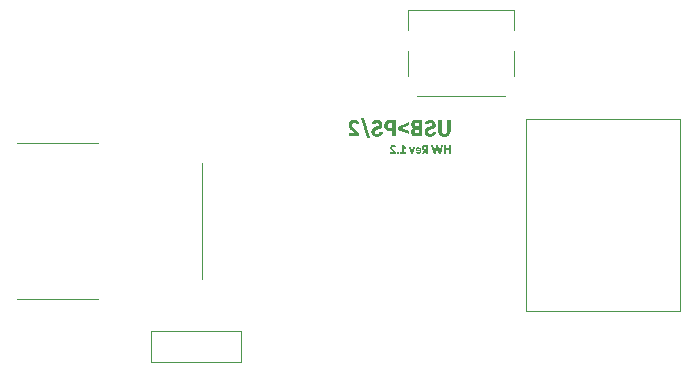
<source format=gbr>
G04 #@! TF.GenerationSoftware,KiCad,Pcbnew,8.0.4*
G04 #@! TF.CreationDate,2024-12-08T00:01:49+02:00*
G04 #@! TF.ProjectId,usb2ps2,75736232-7073-4322-9e6b-696361645f70,1.2*
G04 #@! TF.SameCoordinates,Original*
G04 #@! TF.FileFunction,Legend,Bot*
G04 #@! TF.FilePolarity,Positive*
%FSLAX46Y46*%
G04 Gerber Fmt 4.6, Leading zero omitted, Abs format (unit mm)*
G04 Created by KiCad (PCBNEW 8.0.4) date 2024-12-08 00:01:49*
%MOMM*%
%LPD*%
G01*
G04 APERTURE LIST*
%ADD10C,0.100000*%
%ADD11C,0.300000*%
%ADD12C,0.120000*%
G04 APERTURE END LIST*
D10*
G36*
X134460537Y-83363685D02*
G01*
X134309302Y-83363685D01*
X134309302Y-84114000D01*
X134460537Y-84114000D01*
X134460537Y-83802932D01*
X134728227Y-83802932D01*
X134728227Y-84114000D01*
X134879462Y-84114000D01*
X134879462Y-83363685D01*
X134728227Y-83363685D01*
X134728227Y-83665374D01*
X134460537Y-83665374D01*
X134460537Y-83363685D01*
G37*
G36*
X133407752Y-83363685D02*
G01*
X133252023Y-83363685D01*
X133450348Y-84114000D01*
X133613893Y-84114000D01*
X133738164Y-83605584D01*
X133744808Y-83605584D01*
X133869078Y-84114000D01*
X134031646Y-84114000D01*
X134230949Y-83363685D01*
X134075219Y-83363685D01*
X133953098Y-83879917D01*
X133946454Y-83879917D01*
X133825505Y-83363685D01*
X133656294Y-83363685D01*
X133535345Y-83879917D01*
X133528702Y-83879917D01*
X133407752Y-83363685D01*
G37*
G36*
X132987264Y-84114000D02*
G01*
X132836029Y-84114000D01*
X132836029Y-83838689D01*
X132763147Y-83838689D01*
X132622072Y-84114000D01*
X132454033Y-84114000D01*
X132612107Y-83823057D01*
X132599322Y-83818366D01*
X132564058Y-83800746D01*
X132530315Y-83774932D01*
X132502295Y-83742555D01*
X132488616Y-83720145D01*
X132473404Y-83683001D01*
X132464560Y-83641622D01*
X132462068Y-83601676D01*
X132618750Y-83601676D01*
X132624675Y-83641466D01*
X132645715Y-83675144D01*
X132676978Y-83694635D01*
X132717229Y-83701131D01*
X132836029Y-83701131D01*
X132836029Y-83501243D01*
X132717229Y-83501243D01*
X132679230Y-83507082D01*
X132645715Y-83527817D01*
X132624675Y-83561897D01*
X132618750Y-83601676D01*
X132462068Y-83601676D01*
X132462044Y-83601285D01*
X132463113Y-83574284D01*
X132470125Y-83530617D01*
X132483683Y-83491513D01*
X132503785Y-83456972D01*
X132530432Y-83426993D01*
X132552811Y-83408755D01*
X132587732Y-83388415D01*
X132626841Y-83374134D01*
X132670139Y-83365911D01*
X132710586Y-83363685D01*
X132987264Y-83363685D01*
X132987264Y-84114000D01*
G37*
G36*
X132186605Y-83564932D02*
G01*
X132231605Y-83572566D01*
X132271930Y-83587324D01*
X132307580Y-83609207D01*
X132338555Y-83638214D01*
X132346481Y-83647747D01*
X132370197Y-83684680D01*
X132385538Y-83720758D01*
X132396277Y-83760916D01*
X132402414Y-83805155D01*
X132404012Y-83845137D01*
X132403948Y-83853360D01*
X132401690Y-83892776D01*
X132394725Y-83936334D01*
X132383116Y-83975812D01*
X132363702Y-84016713D01*
X132337969Y-84052060D01*
X132316262Y-84073506D01*
X132282281Y-84097425D01*
X132244112Y-84114218D01*
X132201755Y-84123888D01*
X132162114Y-84126505D01*
X132119042Y-84123366D01*
X132079316Y-84113951D01*
X132042936Y-84098258D01*
X132009902Y-84076288D01*
X131981472Y-84048799D01*
X131958904Y-84016742D01*
X131942198Y-83980118D01*
X131931353Y-83938926D01*
X132077117Y-83938926D01*
X132089977Y-83960810D01*
X132122802Y-83983036D01*
X132162114Y-83988947D01*
X132200156Y-83982722D01*
X132233824Y-83960615D01*
X132247291Y-83941510D01*
X132260741Y-83902726D01*
X132266259Y-83863895D01*
X131928032Y-83863895D01*
X131927091Y-83856641D01*
X131925882Y-83817000D01*
X131926133Y-83802913D01*
X131929894Y-83762632D01*
X131930331Y-83760727D01*
X132062463Y-83760727D01*
X132261765Y-83760727D01*
X132252066Y-83733332D01*
X132226008Y-83702695D01*
X132198393Y-83690493D01*
X132158792Y-83685695D01*
X132148707Y-83685988D01*
X132110031Y-83694561D01*
X132077663Y-83721159D01*
X132062463Y-83760727D01*
X131930331Y-83760727D01*
X131939366Y-83721355D01*
X131954410Y-83683741D01*
X131974663Y-83650395D01*
X132002539Y-83619620D01*
X132036280Y-83595032D01*
X132039618Y-83593109D01*
X132078421Y-83575981D01*
X132117023Y-83566822D01*
X132158792Y-83563769D01*
X132186605Y-83564932D01*
G37*
G36*
X131537243Y-83576274D02*
G01*
X131382686Y-83576274D01*
X131560690Y-84114000D01*
X131714075Y-84114000D01*
X131892274Y-83576274D01*
X131737718Y-83576274D01*
X131641388Y-83913916D01*
X131634549Y-83913916D01*
X131537243Y-83576274D01*
G37*
G36*
X130773642Y-83976442D02*
G01*
X130614591Y-83976442D01*
X130614591Y-84114000D01*
X131100732Y-84114000D01*
X131100732Y-83976442D01*
X130918234Y-83976442D01*
X130918234Y-83562011D01*
X130924877Y-83562011D01*
X131100732Y-83709729D01*
X131100732Y-83535046D01*
X130903579Y-83363685D01*
X130773642Y-83363685D01*
X130773642Y-83976442D01*
G37*
G36*
X130531939Y-84114000D02*
G01*
X130531939Y-83942053D01*
X130359406Y-83942053D01*
X130359406Y-84114000D01*
X130531939Y-84114000D01*
G37*
G36*
X130240997Y-83945179D02*
G01*
X129991088Y-83711487D01*
X129963986Y-83682693D01*
X129941263Y-83651306D01*
X129926743Y-83613383D01*
X129923872Y-83583309D01*
X129931848Y-83543851D01*
X129949078Y-83517265D01*
X129981886Y-83494198D01*
X130013558Y-83488738D01*
X130056109Y-83495523D01*
X130089501Y-83518978D01*
X130107058Y-83554412D01*
X130111060Y-83574516D01*
X130261123Y-83574516D01*
X130255354Y-83533161D01*
X130244031Y-83495266D01*
X130224290Y-83456193D01*
X130197295Y-83421639D01*
X130189413Y-83413706D01*
X130158759Y-83389343D01*
X130123729Y-83370964D01*
X130084323Y-83358569D01*
X130040541Y-83352157D01*
X130013558Y-83351180D01*
X129970999Y-83354119D01*
X129931493Y-83362934D01*
X129895040Y-83377627D01*
X129888115Y-83381271D01*
X129853346Y-83404525D01*
X129824534Y-83433182D01*
X129803510Y-83463923D01*
X129786600Y-83501971D01*
X129776710Y-83543574D01*
X129773810Y-83584481D01*
X129776159Y-83623554D01*
X129784280Y-83663487D01*
X129799913Y-83703183D01*
X129803510Y-83709924D01*
X129826907Y-83745928D01*
X129853346Y-83777496D01*
X129881351Y-83804961D01*
X129888115Y-83810943D01*
X130067292Y-83969799D01*
X130067292Y-83976442D01*
X129777327Y-83976442D01*
X129777327Y-84114000D01*
X130240997Y-84114000D01*
X130240997Y-83945179D01*
G37*
D11*
G36*
X134357397Y-82668447D02*
G01*
X134432687Y-82665003D01*
X134515669Y-82651780D01*
X134590613Y-82628639D01*
X134657520Y-82595580D01*
X134725421Y-82544477D01*
X134742812Y-82527397D01*
X134788879Y-82470154D01*
X134825415Y-82404487D01*
X134852421Y-82330397D01*
X134869894Y-82247884D01*
X134877175Y-82172688D01*
X134878367Y-82124762D01*
X134878367Y-81238161D01*
X134594801Y-81238161D01*
X134594801Y-82097285D01*
X134591389Y-82174954D01*
X134579394Y-82248319D01*
X134553006Y-82317836D01*
X134540212Y-82337620D01*
X134483706Y-82384824D01*
X134409972Y-82407038D01*
X134357397Y-82410526D01*
X134284374Y-82403299D01*
X134215543Y-82375547D01*
X134173848Y-82336521D01*
X134139914Y-82268188D01*
X134123599Y-82191645D01*
X134118378Y-82117582D01*
X134118161Y-82097285D01*
X134118161Y-81238161D01*
X133836427Y-81238161D01*
X133836427Y-82124762D01*
X133839736Y-82203468D01*
X133849664Y-82276324D01*
X133870315Y-82356030D01*
X133900497Y-82427312D01*
X133940211Y-82490171D01*
X133971981Y-82527397D01*
X134036756Y-82582357D01*
X134100985Y-82618721D01*
X134173250Y-82645168D01*
X134253552Y-82661697D01*
X134326611Y-82667896D01*
X134357397Y-82668447D01*
G37*
G36*
X133164515Y-82668447D02*
G01*
X133243151Y-82664596D01*
X133326689Y-82650368D01*
X133401392Y-82625657D01*
X133467259Y-82590462D01*
X133508897Y-82558904D01*
X133565225Y-82498179D01*
X133603543Y-82435277D01*
X133631623Y-82363260D01*
X133649465Y-82282126D01*
X133653977Y-82244563D01*
X133372609Y-82244563D01*
X133346140Y-82317172D01*
X133295998Y-82374060D01*
X133224295Y-82404692D01*
X133164515Y-82410526D01*
X133088128Y-82399627D01*
X133031158Y-82366929D01*
X132991697Y-82304954D01*
X132983897Y-82250792D01*
X132999925Y-82177662D01*
X133024930Y-82144912D01*
X133089543Y-82104527D01*
X133152058Y-82082997D01*
X133313625Y-82036102D01*
X133388294Y-82010502D01*
X133459872Y-81972616D01*
X133518292Y-81925108D01*
X133549930Y-81888091D01*
X133590308Y-81819684D01*
X133615732Y-81744980D01*
X133625827Y-81672362D01*
X133626500Y-81647023D01*
X133620668Y-81569815D01*
X133603173Y-81498474D01*
X133570456Y-81426776D01*
X133566782Y-81420610D01*
X133520359Y-81358346D01*
X133463199Y-81306558D01*
X133401919Y-81268569D01*
X133333769Y-81240169D01*
X133260754Y-81222287D01*
X133182873Y-81214924D01*
X133166713Y-81214713D01*
X133091858Y-81218603D01*
X133012570Y-81232974D01*
X132941942Y-81257933D01*
X132871830Y-81299424D01*
X132841015Y-81325355D01*
X132788258Y-81386034D01*
X132747592Y-81457430D01*
X132721926Y-81528691D01*
X132705517Y-81608157D01*
X132702529Y-81632369D01*
X132979867Y-81632369D01*
X133002124Y-81561844D01*
X133039584Y-81512201D01*
X133106141Y-81479164D01*
X133166713Y-81472634D01*
X133241558Y-81486196D01*
X133288712Y-81515498D01*
X133329957Y-81579355D01*
X133336706Y-81627972D01*
X133320454Y-81701122D01*
X133298970Y-81728356D01*
X133233058Y-81768105D01*
X133193824Y-81781479D01*
X133032257Y-81826175D01*
X132957702Y-81851019D01*
X132891573Y-81884153D01*
X132827250Y-81931335D01*
X132784595Y-81975286D01*
X132740851Y-82039145D01*
X132711424Y-82109959D01*
X132696312Y-82187728D01*
X132694103Y-82233939D01*
X132700149Y-82314467D01*
X132718289Y-82387984D01*
X132752209Y-82460752D01*
X132756018Y-82466946D01*
X132803953Y-82528951D01*
X132862625Y-82579960D01*
X132925279Y-82616789D01*
X132994609Y-82644031D01*
X133068876Y-82661182D01*
X133148081Y-82668245D01*
X133164515Y-82668447D01*
G37*
G36*
X132495167Y-82645000D02*
G01*
X131972365Y-82645000D01*
X131932721Y-82644043D01*
X131859150Y-82636392D01*
X131782955Y-82617797D01*
X131708583Y-82583794D01*
X131647766Y-82536189D01*
X131600483Y-82477548D01*
X131566708Y-82410801D01*
X131546444Y-82335948D01*
X131539689Y-82252990D01*
X131541231Y-82221849D01*
X131833513Y-82221849D01*
X131840829Y-82279392D01*
X131877843Y-82343482D01*
X131931790Y-82376180D01*
X132005704Y-82387079D01*
X132211601Y-82387079D01*
X132211601Y-82061015D01*
X132005704Y-82061015D01*
X131945370Y-82068089D01*
X131878942Y-82103879D01*
X131847887Y-82147557D01*
X131833513Y-82221849D01*
X131541231Y-82221849D01*
X131542003Y-82206272D01*
X131556738Y-82132547D01*
X131588049Y-82061748D01*
X131607463Y-82032489D01*
X131659249Y-81978550D01*
X131724337Y-81937550D01*
X131724337Y-81929124D01*
X131694987Y-81909902D01*
X131640234Y-81859861D01*
X131597575Y-81798332D01*
X131579873Y-81760968D01*
X131558534Y-81685532D01*
X131555445Y-81648489D01*
X131846336Y-81648489D01*
X131852261Y-81696883D01*
X131888468Y-81760596D01*
X131926937Y-81788112D01*
X131999476Y-81803094D01*
X132211601Y-81803094D01*
X132211601Y-81496081D01*
X131999476Y-81496081D01*
X131955118Y-81501016D01*
X131888468Y-81537847D01*
X131861189Y-81576079D01*
X131846336Y-81648489D01*
X131555445Y-81648489D01*
X131552145Y-81608921D01*
X131555765Y-81550455D01*
X131571850Y-81478670D01*
X131605329Y-81406343D01*
X131655094Y-81342941D01*
X131668356Y-81330253D01*
X131729275Y-81287686D01*
X131802789Y-81258216D01*
X131877444Y-81243175D01*
X131961741Y-81238161D01*
X132495167Y-81238161D01*
X132495167Y-82645000D01*
G37*
G36*
X130738450Y-81937184D02*
G01*
X131381053Y-81716632D01*
X131381053Y-81460544D01*
X130421545Y-81826175D01*
X130421545Y-82059183D01*
X131381053Y-82426646D01*
X131381053Y-82170558D01*
X130738450Y-81950006D01*
X130738450Y-81937184D01*
G37*
G36*
X130236898Y-82645000D02*
G01*
X129953332Y-82645000D01*
X129953332Y-82169092D01*
X129714096Y-82169092D01*
X129663343Y-82167175D01*
X129580641Y-82154590D01*
X129505723Y-82130259D01*
X129438589Y-82094183D01*
X129379239Y-82046360D01*
X129342615Y-82005558D01*
X129301770Y-81940590D01*
X129273092Y-81866471D01*
X129256580Y-81783201D01*
X129252110Y-81704542D01*
X129545935Y-81704542D01*
X129546141Y-81716514D01*
X129559124Y-81791096D01*
X129598691Y-81856584D01*
X129658958Y-81897525D01*
X129734979Y-81911172D01*
X129953332Y-81911172D01*
X129953332Y-81496081D01*
X129734979Y-81496081D01*
X129663248Y-81508156D01*
X129598691Y-81551036D01*
X129586326Y-81565376D01*
X129554641Y-81631487D01*
X129545935Y-81704542D01*
X129252110Y-81704542D01*
X129255214Y-81638615D01*
X129267132Y-81565594D01*
X129292335Y-81488803D01*
X129329703Y-81421057D01*
X129379239Y-81362358D01*
X129420838Y-81326579D01*
X129485748Y-81286675D01*
X129558442Y-81258658D01*
X129638920Y-81242527D01*
X129714096Y-81238161D01*
X130236898Y-81238161D01*
X130236898Y-82645000D01*
G37*
G36*
X128655303Y-82668447D02*
G01*
X128733940Y-82664596D01*
X128817478Y-82650368D01*
X128892180Y-82625657D01*
X128958047Y-82590462D01*
X128999685Y-82558904D01*
X129056014Y-82498179D01*
X129094332Y-82435277D01*
X129122412Y-82363260D01*
X129140253Y-82282126D01*
X129144766Y-82244563D01*
X128863398Y-82244563D01*
X128836928Y-82317172D01*
X128786786Y-82374060D01*
X128715083Y-82404692D01*
X128655303Y-82410526D01*
X128578916Y-82399627D01*
X128521946Y-82366929D01*
X128482485Y-82304954D01*
X128474685Y-82250792D01*
X128490714Y-82177662D01*
X128515718Y-82144912D01*
X128580331Y-82104527D01*
X128642847Y-82082997D01*
X128804413Y-82036102D01*
X128879083Y-82010502D01*
X128950660Y-81972616D01*
X129009081Y-81925108D01*
X129040718Y-81888091D01*
X129081097Y-81819684D01*
X129106521Y-81744980D01*
X129116615Y-81672362D01*
X129117288Y-81647023D01*
X129111457Y-81569815D01*
X129093961Y-81498474D01*
X129061245Y-81426776D01*
X129057571Y-81420610D01*
X129011147Y-81358346D01*
X128953987Y-81306558D01*
X128892707Y-81268569D01*
X128824558Y-81240169D01*
X128751542Y-81222287D01*
X128673661Y-81214924D01*
X128657501Y-81214713D01*
X128582647Y-81218603D01*
X128503359Y-81232974D01*
X128432731Y-81257933D01*
X128362618Y-81299424D01*
X128331803Y-81325355D01*
X128279047Y-81386034D01*
X128238381Y-81457430D01*
X128212715Y-81528691D01*
X128196306Y-81608157D01*
X128193318Y-81632369D01*
X128470655Y-81632369D01*
X128492912Y-81561844D01*
X128530373Y-81512201D01*
X128596930Y-81479164D01*
X128657501Y-81472634D01*
X128732347Y-81486196D01*
X128779501Y-81515498D01*
X128820745Y-81579355D01*
X128827494Y-81627972D01*
X128811243Y-81701122D01*
X128789759Y-81728356D01*
X128723846Y-81768105D01*
X128684612Y-81781479D01*
X128523046Y-81826175D01*
X128448490Y-81851019D01*
X128382362Y-81884153D01*
X128318039Y-81931335D01*
X128275383Y-81975286D01*
X128231640Y-82039145D01*
X128202212Y-82109959D01*
X128187101Y-82187728D01*
X128184891Y-82233939D01*
X128190938Y-82314467D01*
X128209077Y-82387984D01*
X128242998Y-82460752D01*
X128246807Y-82466946D01*
X128294742Y-82528951D01*
X128353413Y-82579960D01*
X128416067Y-82616789D01*
X128485397Y-82644031D01*
X128559665Y-82661182D01*
X128638870Y-82668245D01*
X128655303Y-82668447D01*
G37*
G36*
X127840875Y-82809131D02*
G01*
X128078279Y-82809131D01*
X127528000Y-81120924D01*
X127292794Y-81120924D01*
X127840875Y-82809131D01*
G37*
G36*
X127133426Y-82328461D02*
G01*
X126664846Y-81890289D01*
X126614029Y-81836300D01*
X126571423Y-81777449D01*
X126544198Y-81706344D01*
X126538817Y-81649954D01*
X126553770Y-81575971D01*
X126586078Y-81526123D01*
X126647593Y-81482872D01*
X126706978Y-81472634D01*
X126786760Y-81485356D01*
X126849371Y-81529334D01*
X126882289Y-81595772D01*
X126889794Y-81633468D01*
X127171161Y-81633468D01*
X127160345Y-81555928D01*
X127139115Y-81484874D01*
X127102100Y-81411613D01*
X127051485Y-81346823D01*
X127036706Y-81331950D01*
X126979229Y-81286269D01*
X126913547Y-81251808D01*
X126839661Y-81228567D01*
X126757570Y-81216545D01*
X126706978Y-81214713D01*
X126627179Y-81220223D01*
X126553105Y-81236752D01*
X126484755Y-81264301D01*
X126471772Y-81271133D01*
X126406580Y-81314735D01*
X126352556Y-81368468D01*
X126313136Y-81426106D01*
X126281431Y-81497445D01*
X126262887Y-81575452D01*
X126257449Y-81652152D01*
X126261854Y-81725414D01*
X126277081Y-81800289D01*
X126306393Y-81874719D01*
X126313136Y-81887358D01*
X126357006Y-81954865D01*
X126406580Y-82014055D01*
X126459088Y-82065553D01*
X126471772Y-82076769D01*
X126807728Y-82374623D01*
X126807728Y-82387079D01*
X126264043Y-82387079D01*
X126264043Y-82645000D01*
X127133426Y-82645000D01*
X127133426Y-82328461D01*
G37*
D12*
X98200000Y-96429998D02*
X105050000Y-96429998D01*
X105050000Y-83169998D02*
X98200000Y-83169998D01*
X113850000Y-94699998D02*
X113850000Y-84899998D01*
X141300000Y-97400000D02*
X154300000Y-97400000D01*
X141300000Y-97400000D02*
X141300000Y-81200000D01*
X154300000Y-97400000D02*
X154300000Y-81200000D01*
X141300000Y-81200000D02*
X154300000Y-81200000D01*
D10*
X131300000Y-71920000D02*
X131300000Y-73630000D01*
X131310000Y-75374988D02*
X131310000Y-77525011D01*
X139520000Y-79200000D02*
X132040000Y-79200000D01*
X140250000Y-75389977D02*
X140250000Y-77540000D01*
X140260000Y-71905000D02*
X131300000Y-71920000D01*
X140260000Y-71905000D02*
X140260000Y-73615000D01*
D12*
X117150000Y-101780000D02*
X109490000Y-101780000D01*
X109490000Y-99120000D02*
X109490000Y-101780000D01*
X117150000Y-99120000D02*
X117150000Y-101780000D01*
X117150000Y-99120000D02*
X109490000Y-99120000D01*
M02*

</source>
